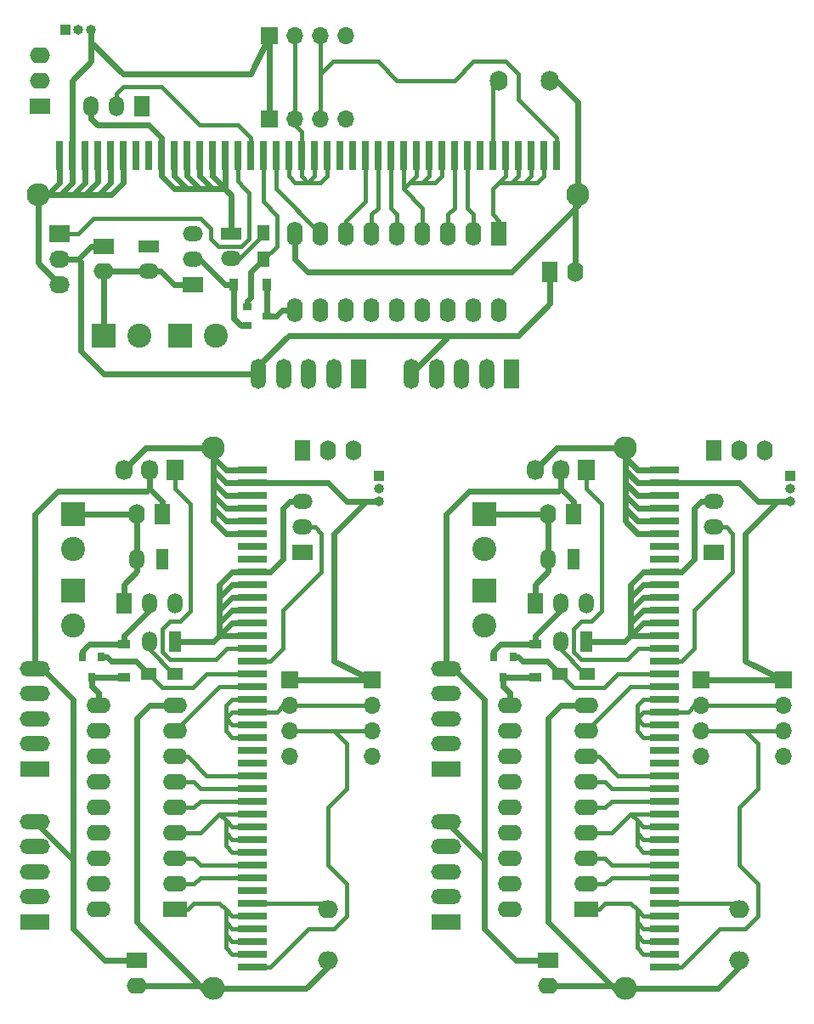
<source format=gtl>
%MOIN*%
%OFA0B0*%
%FSLAX46Y46*%
%IPPOS*%
%LPD*%
%ADD10C,0.0039370078740157488*%
%ADD11R,0.066929133858267723X0.066929133858267723*%
%ADD12O,0.066929133858267723X0.066929133858267723*%
%ADD13O,0.07874015748031496X0.07*%
%ADD14R,0.059055118110236227X0.07874015748031496*%
%ADD15O,0.062992125984251982X0.07874015748031496*%
%ADD16R,0.051181102362204731X0.07874015748031496*%
%ADD17O,0.059055118110236227X0.07874015748031496*%
%ADD18R,0.062992125984251982X0.07874015748031496*%
%ADD19O,0.07874015748031496X0.062992125984251982*%
%ADD20R,0.07874015748031496X0.062992125984251982*%
%ADD21O,0.059842519685039376X0.07874015748031496*%
%ADD22R,0.059842519685039376X0.07874015748031496*%
%ADD23O,0.07874015748031496X0.059842519685039376*%
%ADD24R,0.07874015748031496X0.059842519685039376*%
%ADD25R,0.03937007874015748X0.03937007874015748*%
%ADD26O,0.03937007874015748X0.03937007874015748*%
%ADD27R,0.11811023622047245X0.059055118110236227*%
%ADD28O,0.11811023622047245X0.059055118110236227*%
%ADD29R,0.068X0.08*%
%ADD30O,0.068X0.08*%
%ADD31C,0.094488188976377951*%
%ADD32R,0.094488188976377951X0.094488188976377951*%
%ADD33C,0.0905511811023622*%
%ADD34R,0.1141732283464567X0.031496062992125991*%
%ADD35R,0.094488188976377951X0.062992125984251982*%
%ADD36O,0.094488188976377951X0.062992125984251982*%
%ADD37R,0.031496062992125991X0.035433070866141732*%
%ADD38R,0.059055118110236227X0.051181102362204731*%
%ADD39R,0.047244094488188976X0.035433070866141732*%
%ADD40C,0.024000000000000004*%
%ADD41C,0.016*%
%ADD52C,0.0039370078740157488*%
%ADD53R,0.066929133858267723X0.066929133858267723*%
%ADD54O,0.066929133858267723X0.066929133858267723*%
%ADD55O,0.07X0.07874015748031496*%
%ADD56R,0.07874015748031496X0.059055118110236227*%
%ADD57O,0.07874015748031496X0.062992125984251982*%
%ADD58R,0.07874015748031496X0.051181102362204731*%
%ADD59O,0.07874015748031496X0.059055118110236227*%
%ADD60R,0.07874015748031496X0.062992125984251982*%
%ADD61O,0.062992125984251982X0.07874015748031496*%
%ADD62R,0.062992125984251982X0.07874015748031496*%
%ADD63O,0.07874015748031496X0.059842519685039376*%
%ADD64R,0.07874015748031496X0.059842519685039376*%
%ADD65O,0.059842519685039376X0.07874015748031496*%
%ADD66R,0.059842519685039376X0.07874015748031496*%
%ADD67R,0.03937007874015748X0.03937007874015748*%
%ADD68O,0.03937007874015748X0.03937007874015748*%
%ADD69R,0.059055118110236227X0.11811023622047245*%
%ADD70O,0.059055118110236227X0.11811023622047245*%
%ADD71R,0.08X0.068*%
%ADD72O,0.08X0.068*%
%ADD73C,0.094488188976377951*%
%ADD74R,0.094488188976377951X0.094488188976377951*%
%ADD75C,0.0905511811023622*%
%ADD76R,0.031496062992125991X0.1141732283464567*%
%ADD77R,0.062992125984251982X0.094488188976377951*%
%ADD78O,0.062992125984251982X0.094488188976377951*%
%ADD79R,0.035433070866141732X0.031496062992125991*%
%ADD80R,0.051181102362204731X0.059055118110236227*%
%ADD81R,0.035433070866141732X0.047244094488188976*%
%ADD82C,0.024000000000000004*%
%ADD83C,0.016*%
%ADD84C,0.0039370078740157488*%
%ADD85R,0.066929133858267723X0.066929133858267723*%
%ADD86O,0.066929133858267723X0.066929133858267723*%
%ADD87O,0.07874015748031496X0.07*%
%ADD88R,0.059055118110236227X0.07874015748031496*%
%ADD89O,0.062992125984251982X0.07874015748031496*%
%ADD90R,0.051181102362204731X0.07874015748031496*%
%ADD91O,0.059055118110236227X0.07874015748031496*%
%ADD92R,0.062992125984251982X0.07874015748031496*%
%ADD93O,0.07874015748031496X0.062992125984251982*%
%ADD94R,0.07874015748031496X0.062992125984251982*%
%ADD95O,0.059842519685039376X0.07874015748031496*%
%ADD96R,0.059842519685039376X0.07874015748031496*%
%ADD97O,0.07874015748031496X0.059842519685039376*%
%ADD98R,0.07874015748031496X0.059842519685039376*%
%ADD99R,0.03937007874015748X0.03937007874015748*%
%ADD100O,0.03937007874015748X0.03937007874015748*%
%ADD101R,0.11811023622047245X0.059055118110236227*%
%ADD102O,0.11811023622047245X0.059055118110236227*%
%ADD103R,0.068X0.08*%
%ADD104O,0.068X0.08*%
%ADD105C,0.094488188976377951*%
%ADD106R,0.094488188976377951X0.094488188976377951*%
%ADD107C,0.0905511811023622*%
%ADD108R,0.1141732283464567X0.031496062992125991*%
%ADD109R,0.094488188976377951X0.062992125984251982*%
%ADD110O,0.094488188976377951X0.062992125984251982*%
%ADD111R,0.031496062992125991X0.035433070866141732*%
%ADD112R,0.059055118110236227X0.051181102362204731*%
%ADD113R,0.047244094488188976X0.035433070866141732*%
%ADD114C,0.024000000000000004*%
%ADD115C,0.016*%
G01*
D10*
D11*
X-0004799999Y0004650000D02*
X0001100000Y0001300000D03*
D12*
X0001100000Y0001200000D03*
X0001100000Y0001100000D03*
X0001100000Y0001000000D03*
D11*
X0001425000Y0001300000D03*
D12*
X0001425000Y0001200000D03*
X0001425000Y0001100000D03*
X0001425000Y0001000000D03*
D13*
X0001250000Y0000200000D03*
X0001250000Y0000400000D03*
D14*
X0001150000Y0002200000D03*
D15*
X0001250000Y0002200000D03*
X0001350000Y0002200000D03*
D16*
X0000650000Y0001450000D03*
D17*
X0000551574Y0001450000D03*
D16*
X0000600000Y0001775000D03*
D17*
X0000501574Y0001775000D03*
D18*
X0000600000Y0001950000D03*
D15*
X0000501574Y0001950000D03*
D19*
X0000500000Y0000101574D03*
D20*
X0000500000Y0000200000D03*
D21*
X0000550000Y0001600000D03*
X0000650000Y0001600000D03*
D22*
X0000450000Y0001600000D03*
D23*
X0001150000Y0001900000D03*
X0001150000Y0002000000D03*
D24*
X0001150000Y0001800000D03*
D25*
X0001450000Y0002100000D03*
D26*
X0001450000Y0002050000D03*
X0001450000Y0002000000D03*
D27*
X0000100000Y0000950000D03*
D28*
X0000100000Y0001048425D03*
X0000100000Y0001146850D03*
X0000100000Y0001245275D03*
X0000100000Y0001343700D03*
D29*
X0000650000Y0002125000D03*
D30*
X0000550000Y0002125000D03*
X0000450000Y0002125000D03*
D31*
X0000250000Y0001812204D03*
D32*
X0000250000Y0001950000D03*
D31*
X0000250000Y0001512204D03*
D32*
X0000250000Y0001650000D03*
D33*
X0000802755Y0002209055D03*
D34*
X0000956299Y0000175000D03*
X0000956299Y0000275000D03*
X0000956299Y0000375000D03*
X0000956299Y0000475000D03*
X0000956299Y0000575000D03*
X0000956299Y0000675000D03*
X0000956299Y0000775000D03*
X0000956299Y0000875000D03*
X0000956299Y0000975000D03*
X0000956299Y0001075000D03*
X0000956299Y0001175000D03*
X0000956299Y0001275000D03*
X0000956299Y0001375000D03*
X0000956299Y0001475000D03*
X0000956299Y0001575000D03*
X0000956299Y0001675000D03*
X0000956299Y0001775000D03*
X0000956299Y0001875000D03*
X0000956299Y0001975000D03*
X0000956299Y0002075000D03*
X0000956299Y0000225000D03*
X0000956299Y0000325000D03*
X0000956299Y0000425000D03*
X0000956299Y0000525000D03*
X0000956299Y0000625000D03*
X0000956299Y0000725000D03*
X0000956299Y0000825000D03*
X0000956299Y0000925000D03*
X0000956299Y0001025000D03*
X0000956299Y0001125000D03*
X0000956299Y0001225000D03*
X0000956299Y0001325000D03*
X0000956299Y0001425000D03*
X0000956299Y0001525000D03*
X0000956299Y0001625000D03*
X0000956299Y0001725000D03*
X0000956299Y0001825000D03*
X0000956299Y0001925000D03*
X0000956299Y0002025000D03*
X0000956299Y0002125000D03*
D33*
X0000802755Y0000090944D03*
D35*
X0000650000Y0000400000D03*
D36*
X0000350000Y0001200000D03*
X0000650000Y0000500000D03*
X0000350000Y0001100000D03*
X0000650000Y0000600000D03*
X0000350000Y0001000000D03*
X0000650000Y0000700000D03*
X0000350000Y0000900000D03*
X0000650000Y0000800000D03*
X0000350000Y0000800000D03*
X0000650000Y0000900000D03*
X0000350000Y0000700000D03*
X0000650000Y0001000000D03*
X0000350000Y0000600000D03*
X0000650000Y0001100000D03*
X0000350000Y0000500000D03*
X0000650000Y0001200000D03*
X0000350000Y0000400000D03*
D27*
X0000100000Y0000350000D03*
D28*
X0000100000Y0000448425D03*
X0000100000Y0000546850D03*
X0000100000Y0000645275D03*
X0000100000Y0000743700D03*
D37*
X0000362401Y0001389370D03*
X0000287598Y0001389370D03*
X0000325000Y0001310629D03*
D38*
X0000546850Y0001325000D03*
X0000653149Y0001325000D03*
D39*
X0000450000Y0001439960D03*
X0000450000Y0001310039D03*
D40*
X0001450000Y0002000000D02*
X0001400000Y0002000000D01*
X0001275000Y0001375000D02*
X0001425000Y0001300000D01*
X0001275000Y0001875000D02*
X0001275000Y0001375000D01*
X0001400000Y0002000000D02*
X0001275000Y0001875000D01*
X0000956299Y0002075000D02*
X0001250000Y0002075000D01*
X0001325000Y0002000000D02*
X0001450000Y0002000000D01*
X0001250000Y0002075000D02*
X0001325000Y0002000000D01*
X0000802755Y0000090944D02*
X0001165944Y0000090944D01*
X0001165944Y0000090944D02*
X0001250000Y0000175000D01*
X0001250000Y0000175000D02*
X0001250000Y0000200000D01*
D41*
X0000551574Y0001450000D02*
X0000551574Y0001418425D01*
X0000551574Y0001418425D02*
X0000645000Y0001325000D01*
X0000645000Y0001325000D02*
X0000653149Y0001325000D01*
D40*
X0000551574Y0001450000D02*
X0000551574Y0001426574D01*
X0000250000Y0001950000D02*
X0000501574Y0001950000D01*
X0000501574Y0001950000D02*
X0000501574Y0001775000D01*
X0000501574Y0001775000D02*
X0000501574Y0001726574D01*
X0000501574Y0001726574D02*
X0000450000Y0001675000D01*
X0000450000Y0001675000D02*
X0000450000Y0001600000D01*
X0000501574Y0001950000D02*
X0000501574Y0001973425D01*
X0000450000Y0002125000D02*
X0000534055Y0002209055D01*
X0000550000Y0001200000D02*
X0000650000Y0001200000D01*
X0000500000Y0001150000D02*
X0000550000Y0001200000D01*
X0000500000Y0000101574D02*
X0000792126Y0000101574D01*
X0000500000Y0000350000D02*
X0000500000Y0001150000D01*
X0000534055Y0002209055D02*
X0000802755Y0002209055D01*
X0000948425Y0002125000D02*
X0000886811Y0002125000D01*
X0000850000Y0002125000D02*
X0000802755Y0002172244D01*
X0000886811Y0002125000D02*
X0000850000Y0002125000D01*
X0000802755Y0002172244D02*
X0000802755Y0002209055D01*
X0000948425Y0002075000D02*
X0000850000Y0002075000D01*
X0000850000Y0002075000D02*
X0000802755Y0002122244D01*
X0000948425Y0002025000D02*
X0000850000Y0002025000D01*
X0000850000Y0002025000D02*
X0000802755Y0002072244D01*
X0000948425Y0001975000D02*
X0000852755Y0001975000D01*
X0000852755Y0001975000D02*
X0000802755Y0002025000D01*
X0000948425Y0001925000D02*
X0000850000Y0001925000D01*
X0000850000Y0001925000D02*
X0000802755Y0001972244D01*
X0000802755Y0002172244D02*
X0000802755Y0002209055D01*
X0000948425Y0001875000D02*
X0000850000Y0001875000D01*
X0000850000Y0001875000D02*
X0000802755Y0001922244D01*
X0000802755Y0001922244D02*
X0000802755Y0001972244D01*
X0000802755Y0001972244D02*
X0000802755Y0001975000D01*
X0000802755Y0001975000D02*
X0000802755Y0002025000D01*
X0000802755Y0002025000D02*
X0000802755Y0002072244D01*
X0000802755Y0002072244D02*
X0000802755Y0002075000D01*
X0000802755Y0002075000D02*
X0000802755Y0002122244D01*
X0000802755Y0002122244D02*
X0000802755Y0002125000D01*
X0000802755Y0002125000D02*
X0000802755Y0002209055D01*
X0000759055Y0000090944D02*
X0000500000Y0000350000D01*
X0000802755Y0000090944D02*
X0000759055Y0000090944D01*
X0000792126Y0000101574D02*
X0000802755Y0000090944D01*
X0001425000Y0001300000D02*
X0001100000Y0001300000D01*
X0000956299Y0001725000D02*
X0001025000Y0001725000D01*
X0001100000Y0002000000D02*
X0001150000Y0002000000D01*
X0001075000Y0001975000D02*
X0001100000Y0002000000D01*
X0001075000Y0001775000D02*
X0001075000Y0001975000D01*
X0001025000Y0001725000D02*
X0001075000Y0001775000D01*
X0000825000Y0001475000D02*
X0000875000Y0001475000D01*
X0000875000Y0001475000D02*
X0000948425Y0001475000D01*
X0000650000Y0001450000D02*
X0000800000Y0001450000D01*
X0000800000Y0001450000D02*
X0000825000Y0001475000D01*
X0000825000Y0001525000D02*
X0000825000Y0001475000D01*
X0000948425Y0001725000D02*
X0000875000Y0001725000D01*
X0000825000Y0001675000D02*
X0000825000Y0001625000D01*
X0000875000Y0001725000D02*
X0000825000Y0001675000D01*
X0000948425Y0001525000D02*
X0000875000Y0001525000D01*
X0000875000Y0001525000D02*
X0000825000Y0001475000D01*
X0000948425Y0001575000D02*
X0000875000Y0001575000D01*
X0000875000Y0001575000D02*
X0000825000Y0001525000D01*
X0000948425Y0001625000D02*
X0000875000Y0001625000D01*
X0000875000Y0001625000D02*
X0000825000Y0001575000D01*
X0000825000Y0001550000D02*
X0000825000Y0001525000D01*
X0000825000Y0001575000D02*
X0000825000Y0001550000D01*
X0000948425Y0001675000D02*
X0000875000Y0001675000D01*
X0000875000Y0001675000D02*
X0000825000Y0001625000D01*
X0000825000Y0001625000D02*
X0000825000Y0001575000D01*
X0000100000Y0001343700D02*
X0000100000Y0001950000D01*
X0000540000Y0002040000D02*
X0000550000Y0002050000D01*
X0000190000Y0002040000D02*
X0000540000Y0002040000D01*
X0000100000Y0001950000D02*
X0000190000Y0002040000D01*
X0000450000Y0001310039D02*
X0000325590Y0001310039D01*
X0000325590Y0001310039D02*
X0000325000Y0001310629D01*
X0000325000Y0001310629D02*
X0000325000Y0001275000D01*
X0000350000Y0001250000D02*
X0000350000Y0001200000D01*
X0000325000Y0001275000D02*
X0000350000Y0001250000D01*
X0000550000Y0002125000D02*
X0000550000Y0002050000D01*
X0000600000Y0002000000D02*
X0000600000Y0001950000D01*
X0000550000Y0002050000D02*
X0000600000Y0002000000D01*
X0000250000Y0000600000D02*
X0000250000Y0000325000D01*
X0000400000Y0000200000D02*
X0000500000Y0000200000D01*
X0000375000Y0000200000D02*
X0000400000Y0000200000D01*
X0000250000Y0000325000D02*
X0000375000Y0000200000D01*
X0000100000Y0001343700D02*
X0000131299Y0001343700D01*
X0000250000Y0001225000D02*
X0000250000Y0000600000D01*
X0000250000Y0000600000D02*
X0000250000Y0000593700D01*
X0000131299Y0001343700D02*
X0000250000Y0001225000D01*
X0000250000Y0000593700D02*
X0000246850Y0000596850D01*
X0000246850Y0000596850D02*
X0000100000Y0000743700D01*
D41*
X0000956299Y0000175000D02*
X0001025000Y0000175000D01*
X0001275000Y0001100000D02*
X0001425000Y0001100000D01*
X0001325000Y0001050000D02*
X0001275000Y0001100000D01*
X0001325000Y0000875000D02*
X0001325000Y0001050000D01*
X0001250000Y0000800000D02*
X0001325000Y0000875000D01*
X0001250000Y0000575000D02*
X0001250000Y0000800000D01*
X0001325000Y0000500000D02*
X0001250000Y0000575000D01*
X0001325000Y0000375000D02*
X0001325000Y0000500000D01*
X0001275000Y0000325000D02*
X0001325000Y0000375000D01*
X0001175000Y0000325000D02*
X0001275000Y0000325000D01*
X0001025000Y0000175000D02*
X0001175000Y0000325000D01*
X0001425000Y0001100000D02*
X0001100000Y0001100000D01*
X0000850000Y0000350000D02*
X0000850000Y0000400000D01*
X0000948425Y0000375000D02*
X0000875000Y0000375000D01*
X0000875000Y0000375000D02*
X0000850000Y0000400000D01*
X0000700000Y0000400000D02*
X0000650000Y0000400000D01*
X0000850000Y0000400000D02*
X0000825000Y0000425000D01*
X0000825000Y0000425000D02*
X0000725000Y0000425000D01*
X0000725000Y0000425000D02*
X0000700000Y0000400000D01*
X0000948425Y0000325000D02*
X0000875000Y0000325000D01*
X0000875000Y0000325000D02*
X0000850000Y0000350000D01*
X0000948425Y0000275000D02*
X0000875000Y0000275000D01*
X0000875000Y0000275000D02*
X0000850000Y0000300000D01*
X0000948425Y0000225000D02*
X0000875000Y0000225000D01*
X0000850000Y0000250000D02*
X0000850000Y0000275000D01*
X0000850000Y0000275000D02*
X0000850000Y0000300000D01*
X0000850000Y0000300000D02*
X0000850000Y0000325000D01*
X0000850000Y0000325000D02*
X0000850000Y0000350000D01*
X0000875000Y0000225000D02*
X0000850000Y0000250000D01*
X0000650000Y0000600000D02*
X0000725000Y0000600000D01*
X0000750000Y0000575000D02*
X0000948425Y0000575000D01*
X0000725000Y0000600000D02*
X0000750000Y0000575000D01*
X0000850000Y0000750000D02*
X0000825000Y0000775000D01*
X0000948425Y0000775000D02*
X0000825000Y0000775000D01*
X0000750000Y0000700000D02*
X0000650000Y0000700000D01*
X0000825000Y0000775000D02*
X0000750000Y0000700000D01*
X0000948425Y0000725000D02*
X0000875000Y0000725000D01*
X0000875000Y0000725000D02*
X0000850000Y0000750000D01*
X0000948425Y0000675000D02*
X0000875000Y0000675000D01*
X0000875000Y0000675000D02*
X0000850000Y0000700000D01*
X0000948425Y0000625000D02*
X0000875000Y0000625000D01*
X0000850000Y0000650000D02*
X0000850000Y0000675000D01*
X0000850000Y0000675000D02*
X0000850000Y0000700000D01*
X0000850000Y0000700000D02*
X0000850000Y0000750000D01*
X0000875000Y0000625000D02*
X0000850000Y0000650000D01*
X0000650000Y0000900000D02*
X0000725000Y0000900000D01*
X0000750000Y0000875000D02*
X0000948425Y0000875000D01*
X0000725000Y0000900000D02*
X0000750000Y0000875000D01*
X0001100000Y0001200000D02*
X0001425000Y0001200000D01*
X0001050000Y0001175000D02*
X0001075000Y0001200000D01*
X0001075000Y0001200000D02*
X0001100000Y0001200000D01*
X0000956299Y0001175000D02*
X0001050000Y0001175000D01*
X0000948425Y0001175000D02*
X0000875000Y0001175000D01*
X0000875000Y0001175000D02*
X0000850000Y0001150000D01*
X0000948425Y0001125000D02*
X0000875000Y0001125000D01*
X0000875000Y0001125000D02*
X0000850000Y0001150000D01*
X0000948425Y0001075000D02*
X0000875000Y0001075000D01*
X0000850000Y0001125000D02*
X0000850000Y0001150000D01*
X0000850000Y0001100000D02*
X0000850000Y0001125000D01*
X0000875000Y0001075000D02*
X0000850000Y0001100000D01*
X0000875000Y0001225000D02*
X0000948425Y0001225000D01*
X0000850000Y0001175000D02*
X0000850000Y0001200000D01*
X0000850000Y0001150000D02*
X0000850000Y0001175000D01*
X0000850000Y0001200000D02*
X0000875000Y0001225000D01*
X0000650000Y0001100000D02*
X0000650000Y0001100000D01*
X0000825000Y0001275000D02*
X0000948425Y0001275000D01*
X0000650000Y0001100000D02*
X0000825000Y0001275000D01*
X0000956299Y0001375000D02*
X0001025000Y0001375000D01*
X0001200000Y0001900000D02*
X0001150000Y0001900000D01*
X0001225000Y0001875000D02*
X0001200000Y0001900000D01*
X0001225000Y0001725000D02*
X0001225000Y0001875000D01*
X0001075000Y0001575000D02*
X0001225000Y0001725000D01*
X0001075000Y0001425000D02*
X0001075000Y0001575000D01*
X0001025000Y0001375000D02*
X0001075000Y0001425000D01*
X0000956299Y0000425000D02*
X0001225000Y0000425000D01*
X0001225000Y0000425000D02*
X0001250000Y0000400000D01*
X0000948425Y0000425000D02*
X0001000000Y0000425000D01*
X0000650000Y0000500000D02*
X0000725000Y0000500000D01*
X0000750000Y0000525000D02*
X0000948425Y0000525000D01*
X0000725000Y0000500000D02*
X0000750000Y0000525000D01*
X0000650000Y0000800000D02*
X0000725000Y0000800000D01*
X0000750000Y0000825000D02*
X0000948425Y0000825000D01*
X0000725000Y0000800000D02*
X0000750000Y0000825000D01*
X0000650000Y0001000000D02*
X0000700000Y0001000000D01*
X0000775000Y0000925000D02*
X0000948425Y0000925000D01*
X0000700000Y0001000000D02*
X0000775000Y0000925000D01*
X0000546850Y0001325000D02*
X0000546850Y0001323149D01*
X0000546850Y0001323149D02*
X0000600000Y0001270000D01*
X0000775000Y0001325000D02*
X0000956299Y0001325000D01*
X0000720000Y0001270000D02*
X0000775000Y0001325000D01*
X0000600000Y0001270000D02*
X0000720000Y0001270000D01*
D40*
X0000362401Y0001389370D02*
X0000385629Y0001389370D01*
X0000496850Y0001375000D02*
X0000546850Y0001325000D01*
X0000400000Y0001375000D02*
X0000496850Y0001375000D01*
X0000385629Y0001389370D02*
X0000400000Y0001375000D01*
D41*
X0000600000Y0001420000D02*
X0000600000Y0001410000D01*
X0000855000Y0001425000D02*
X0000830000Y0001400000D01*
X0000600000Y0001420000D02*
X0000600000Y0001500000D01*
X0000600000Y0001500000D02*
X0000630000Y0001530000D01*
X0000630000Y0001530000D02*
X0000670000Y0001530000D01*
X0000670000Y0001530000D02*
X0000710000Y0001570000D01*
X0000710000Y0001570000D02*
X0000710000Y0001990000D01*
X0000710000Y0001990000D02*
X0000650000Y0002050000D01*
X0000650000Y0002125000D02*
X0000650000Y0002050000D01*
X0000855000Y0001425000D02*
X0000956299Y0001425000D01*
X0000810000Y0001380000D02*
X0000830000Y0001400000D01*
X0000630000Y0001380000D02*
X0000810000Y0001380000D01*
X0000600000Y0001410000D02*
X0000630000Y0001380000D01*
D40*
X0000450000Y0001439960D02*
X0000314960Y0001439960D01*
X0000287598Y0001412598D02*
X0000287598Y0001389370D01*
X0000314960Y0001439960D02*
X0000287598Y0001412598D01*
X0000550000Y0001600000D02*
X0000550000Y0001575000D01*
X0000550000Y0001575000D02*
X0000450000Y0001475000D01*
X0000450000Y0001475000D02*
X0000450000Y0001439960D01*
G04 next file*
G04 #@! TF.FileFunction,Copper,L1,Top,Signal*
G04 Gerber Fmt 4.6, Leading zero omitted, Abs format (unit mm)*
G04 Created by KiCad (PCBNEW 4.0.7) date 09/15/19 19:40:42*
G01*
G04 APERTURE LIST*
G04 APERTURE END LIST*
D52*
D53*
X-0002327165Y-0002398425D02*
X0001022834Y0003501574D03*
D54*
X0001122834Y0003501574D03*
X0001222834Y0003501574D03*
X0001322834Y0003501574D03*
D53*
X0001022834Y0003826574D03*
D54*
X0001122834Y0003826574D03*
X0001222834Y0003826574D03*
X0001322834Y0003826574D03*
D55*
X0002122834Y0003651574D03*
X0001922834Y0003651574D03*
D56*
X0000122834Y0003551574D03*
D57*
X0000122834Y0003651574D03*
X0000122834Y0003751574D03*
D58*
X0000872834Y0003051574D03*
D59*
X0000872834Y0002953149D03*
D58*
X0000547834Y0003001574D03*
D59*
X0000547834Y0002903149D03*
D60*
X0000372834Y0003001574D03*
D57*
X0000372834Y0002903149D03*
D61*
X0002221259Y0002901574D03*
D62*
X0002122834Y0002901574D03*
D63*
X0000722834Y0002951574D03*
X0000722834Y0003051574D03*
D64*
X0000722834Y0002851574D03*
D65*
X0000422834Y0003551574D03*
X0000322834Y0003551574D03*
D66*
X0000522834Y0003551574D03*
D67*
X0000222834Y0003851574D03*
D68*
X0000272834Y0003851574D03*
X0000322834Y0003851574D03*
D69*
X0001372834Y0002501574D03*
D70*
X0001274409Y0002501574D03*
X0001175984Y0002501574D03*
X0001077559Y0002501574D03*
X0000979133Y0002501574D03*
D71*
X0000197834Y0003051574D03*
D72*
X0000197834Y0002951574D03*
X0000197834Y0002851574D03*
D73*
X0000510629Y0002651574D03*
D74*
X0000372834Y0002651574D03*
D73*
X0000810629Y0002651574D03*
D74*
X0000672834Y0002651574D03*
D75*
X0000113779Y0003204330D03*
D76*
X0002147834Y0003357874D03*
X0002047834Y0003357874D03*
X0001947834Y0003357874D03*
X0001847834Y0003357874D03*
X0001747834Y0003357874D03*
X0001647834Y0003357874D03*
X0001547834Y0003357874D03*
X0001447834Y0003357874D03*
X0001347834Y0003357874D03*
X0001247834Y0003357874D03*
X0001147834Y0003357874D03*
X0001047834Y0003357874D03*
X0000947834Y0003357874D03*
X0000847834Y0003357874D03*
X0000747834Y0003357874D03*
X0000647834Y0003357874D03*
X0000547834Y0003357874D03*
X0000447834Y0003357874D03*
X0000347834Y0003357874D03*
X0000247834Y0003357874D03*
X0002097834Y0003357874D03*
X0001997834Y0003357874D03*
X0001897834Y0003357874D03*
X0001797834Y0003357874D03*
X0001697834Y0003357874D03*
X0001597834Y0003357874D03*
X0001497834Y0003357874D03*
X0001397834Y0003357874D03*
X0001297834Y0003357874D03*
X0001197834Y0003357874D03*
X0001097834Y0003357874D03*
X0000997834Y0003357874D03*
X0000897834Y0003357874D03*
X0000797834Y0003357874D03*
X0000697834Y0003357874D03*
X0000597834Y0003357874D03*
X0000497834Y0003357874D03*
X0000397834Y0003357874D03*
X0000297834Y0003357874D03*
X0000197834Y0003357874D03*
D75*
X0002231889Y0003204330D03*
D77*
X0001922834Y0003051574D03*
D78*
X0001122834Y0002751574D03*
X0001822834Y0003051574D03*
X0001222834Y0002751574D03*
X0001722834Y0003051574D03*
X0001322834Y0002751574D03*
X0001622834Y0003051574D03*
X0001422834Y0002751574D03*
X0001522834Y0003051574D03*
X0001522834Y0002751574D03*
X0001422834Y0003051574D03*
X0001622834Y0002751574D03*
X0001322834Y0003051574D03*
X0001722834Y0002751574D03*
X0001222834Y0003051574D03*
X0001822834Y0002751574D03*
X0001122834Y0003051574D03*
X0001922834Y0002751574D03*
D69*
X0001972834Y0002501574D03*
D70*
X0001874409Y0002501574D03*
X0001775984Y0002501574D03*
X0001677559Y0002501574D03*
X0001579133Y0002501574D03*
D79*
X0000933464Y0002763976D03*
X0000933464Y0002689173D03*
X0001012204Y0002726574D03*
D80*
X0000997834Y0002948425D03*
X0000997834Y0003054724D03*
D81*
X0000882873Y0002851574D03*
X0001012795Y0002851574D03*
D82*
X0000322834Y0003851574D02*
X0000322834Y0003801574D01*
X0000947834Y0003676574D02*
X0001022834Y0003826574D01*
X0000447834Y0003676574D02*
X0000947834Y0003676574D01*
X0000322834Y0003801574D02*
X0000447834Y0003676574D01*
X0000247834Y0003357874D02*
X0000247834Y0003651574D01*
X0000322834Y0003726574D02*
X0000322834Y0003851574D01*
X0000247834Y0003651574D02*
X0000322834Y0003726574D01*
X0002231889Y0003204330D02*
X0002231889Y0003567519D01*
X0002231889Y0003567519D02*
X0002147834Y0003651574D01*
X0002147834Y0003651574D02*
X0002122834Y0003651574D01*
D83*
X0000872834Y0002953149D02*
X0000904409Y0002953149D01*
X0000904409Y0002953149D02*
X0000997834Y0003046574D01*
X0000997834Y0003046574D02*
X0000997834Y0003054724D01*
D82*
X0000872834Y0002953149D02*
X0000896259Y0002953149D01*
X0000372834Y0002651574D02*
X0000372834Y0002903149D01*
X0000372834Y0002903149D02*
X0000547834Y0002903149D01*
X0000547834Y0002903149D02*
X0000596259Y0002903149D01*
X0000596259Y0002903149D02*
X0000647834Y0002851574D01*
X0000647834Y0002851574D02*
X0000722834Y0002851574D01*
X0000372834Y0002903149D02*
X0000349409Y0002903149D01*
X0000197834Y0002851574D02*
X0000113779Y0002935629D01*
X0001122834Y0002951574D02*
X0001122834Y0003051574D01*
X0001172834Y0002901574D02*
X0001122834Y0002951574D01*
X0002221259Y0002901574D02*
X0002221259Y0003193700D01*
X0001972834Y0002901574D02*
X0001172834Y0002901574D01*
X0000113779Y0002935629D02*
X0000113779Y0003204330D01*
X0000197834Y0003350000D02*
X0000197834Y0003288385D01*
X0000197834Y0003251574D02*
X0000150590Y0003204330D01*
X0000197834Y0003288385D02*
X0000197834Y0003251574D01*
X0000150590Y0003204330D02*
X0000113779Y0003204330D01*
X0000247834Y0003350000D02*
X0000247834Y0003251574D01*
X0000247834Y0003251574D02*
X0000200590Y0003204330D01*
X0000297834Y0003350000D02*
X0000297834Y0003251574D01*
X0000297834Y0003251574D02*
X0000250590Y0003204330D01*
X0000347834Y0003350000D02*
X0000347834Y0003254330D01*
X0000347834Y0003254330D02*
X0000297834Y0003204330D01*
X0000397834Y0003350000D02*
X0000397834Y0003251574D01*
X0000397834Y0003251574D02*
X0000350590Y0003204330D01*
X0000150590Y0003204330D02*
X0000113779Y0003204330D01*
X0000447834Y0003350000D02*
X0000447834Y0003251574D01*
X0000447834Y0003251574D02*
X0000400590Y0003204330D01*
X0000400590Y0003204330D02*
X0000350590Y0003204330D01*
X0000350590Y0003204330D02*
X0000347834Y0003204330D01*
X0000347834Y0003204330D02*
X0000297834Y0003204330D01*
X0000297834Y0003204330D02*
X0000250590Y0003204330D01*
X0000250590Y0003204330D02*
X0000247834Y0003204330D01*
X0000247834Y0003204330D02*
X0000200590Y0003204330D01*
X0000200590Y0003204330D02*
X0000197834Y0003204330D01*
X0000197834Y0003204330D02*
X0000113779Y0003204330D01*
X0002231889Y0003160629D02*
X0001972834Y0002901574D01*
X0002231889Y0003204330D02*
X0002231889Y0003160629D01*
X0002221259Y0003193700D02*
X0002231889Y0003204330D01*
X0001022834Y0003826574D02*
X0001022834Y0003501574D01*
X0000597834Y0003357874D02*
X0000597834Y0003426574D01*
X0000322834Y0003501574D02*
X0000322834Y0003551574D01*
X0000347834Y0003476574D02*
X0000322834Y0003501574D01*
X0000547834Y0003476574D02*
X0000347834Y0003476574D01*
X0000597834Y0003426574D02*
X0000547834Y0003476574D01*
X0000847834Y0003226574D02*
X0000847834Y0003276574D01*
X0000847834Y0003276574D02*
X0000847834Y0003350000D01*
X0000872834Y0003051574D02*
X0000872834Y0003201574D01*
X0000872834Y0003201574D02*
X0000847834Y0003226574D01*
X0000797834Y0003226574D02*
X0000847834Y0003226574D01*
X0000597834Y0003350000D02*
X0000597834Y0003276574D01*
X0000647834Y0003226574D02*
X0000697834Y0003226574D01*
X0000597834Y0003276574D02*
X0000647834Y0003226574D01*
X0000797834Y0003350000D02*
X0000797834Y0003276574D01*
X0000797834Y0003276574D02*
X0000847834Y0003226574D01*
X0000747834Y0003350000D02*
X0000747834Y0003276574D01*
X0000747834Y0003276574D02*
X0000797834Y0003226574D01*
X0000697834Y0003350000D02*
X0000697834Y0003276574D01*
X0000697834Y0003276574D02*
X0000747834Y0003226574D01*
X0000772834Y0003226574D02*
X0000797834Y0003226574D01*
X0000747834Y0003226574D02*
X0000772834Y0003226574D01*
X0000647834Y0003350000D02*
X0000647834Y0003276574D01*
X0000647834Y0003276574D02*
X0000697834Y0003226574D01*
X0000697834Y0003226574D02*
X0000747834Y0003226574D01*
X0000979133Y0002501574D02*
X0000372834Y0002501574D01*
X0000282834Y0002941574D02*
X0000272834Y0002951574D01*
X0000282834Y0002591574D02*
X0000282834Y0002941574D01*
X0000372834Y0002501574D02*
X0000282834Y0002591574D01*
X0001012795Y0002851574D02*
X0001012795Y0002727165D01*
X0001012795Y0002727165D02*
X0001012204Y0002726574D01*
X0001012204Y0002726574D02*
X0001047834Y0002726574D01*
X0001072834Y0002751574D02*
X0001122834Y0002751574D01*
X0001047834Y0002726574D02*
X0001072834Y0002751574D01*
X0000197834Y0002951574D02*
X0000272834Y0002951574D01*
X0000322834Y0003001574D02*
X0000372834Y0003001574D01*
X0000272834Y0002951574D02*
X0000322834Y0003001574D01*
X0001722834Y0002651574D02*
X0001997834Y0002651574D01*
X0002122834Y0002801574D02*
X0002122834Y0002901574D01*
X0002122834Y0002776574D02*
X0002122834Y0002801574D01*
X0001997834Y0002651574D02*
X0002122834Y0002776574D01*
X0000979133Y0002501574D02*
X0000979133Y0002532874D01*
X0001097834Y0002651574D02*
X0001722834Y0002651574D01*
X0001722834Y0002651574D02*
X0001729133Y0002651574D01*
X0000979133Y0002532874D02*
X0001097834Y0002651574D01*
X0001729133Y0002651574D02*
X0001725984Y0002648425D01*
X0001725984Y0002648425D02*
X0001579133Y0002501574D01*
D83*
X0002147834Y0003357874D02*
X0002147834Y0003426574D01*
X0001222834Y0003676574D02*
X0001222834Y0003826574D01*
X0001272834Y0003726574D02*
X0001222834Y0003676574D01*
X0001447834Y0003726574D02*
X0001272834Y0003726574D01*
X0001522834Y0003651574D02*
X0001447834Y0003726574D01*
X0001747834Y0003651574D02*
X0001522834Y0003651574D01*
X0001822834Y0003726574D02*
X0001747834Y0003651574D01*
X0001947834Y0003726574D02*
X0001822834Y0003726574D01*
X0001997834Y0003676574D02*
X0001947834Y0003726574D01*
X0001997834Y0003576574D02*
X0001997834Y0003676574D01*
X0002147834Y0003426574D02*
X0001997834Y0003576574D01*
X0001222834Y0003826574D02*
X0001222834Y0003501574D01*
X0001972834Y0003251574D02*
X0001922834Y0003251574D01*
X0001947834Y0003350000D02*
X0001947834Y0003276574D01*
X0001947834Y0003276574D02*
X0001922834Y0003251574D01*
X0001922834Y0003101574D02*
X0001922834Y0003051574D01*
X0001922834Y0003251574D02*
X0001897834Y0003226574D01*
X0001897834Y0003226574D02*
X0001897834Y0003126574D01*
X0001897834Y0003126574D02*
X0001922834Y0003101574D01*
X0001997834Y0003350000D02*
X0001997834Y0003276574D01*
X0001997834Y0003276574D02*
X0001972834Y0003251574D01*
X0002047834Y0003350000D02*
X0002047834Y0003276574D01*
X0002047834Y0003276574D02*
X0002022834Y0003251574D01*
X0002097834Y0003350000D02*
X0002097834Y0003276574D01*
X0002072834Y0003251574D02*
X0002047834Y0003251574D01*
X0002047834Y0003251574D02*
X0002022834Y0003251574D01*
X0002022834Y0003251574D02*
X0001997834Y0003251574D01*
X0001997834Y0003251574D02*
X0001972834Y0003251574D01*
X0002097834Y0003276574D02*
X0002072834Y0003251574D01*
X0001722834Y0003051574D02*
X0001722834Y0003126574D01*
X0001747834Y0003151574D02*
X0001747834Y0003350000D01*
X0001722834Y0003126574D02*
X0001747834Y0003151574D01*
X0001572834Y0003251574D02*
X0001547834Y0003226574D01*
X0001547834Y0003350000D02*
X0001547834Y0003226574D01*
X0001622834Y0003151574D02*
X0001622834Y0003051574D01*
X0001547834Y0003226574D02*
X0001622834Y0003151574D01*
X0001597834Y0003350000D02*
X0001597834Y0003276574D01*
X0001597834Y0003276574D02*
X0001572834Y0003251574D01*
X0001647834Y0003350000D02*
X0001647834Y0003276574D01*
X0001647834Y0003276574D02*
X0001622834Y0003251574D01*
X0001697834Y0003350000D02*
X0001697834Y0003276574D01*
X0001672834Y0003251574D02*
X0001647834Y0003251574D01*
X0001647834Y0003251574D02*
X0001622834Y0003251574D01*
X0001622834Y0003251574D02*
X0001572834Y0003251574D01*
X0001697834Y0003276574D02*
X0001672834Y0003251574D01*
X0001422834Y0003051574D02*
X0001422834Y0003126574D01*
X0001447834Y0003151574D02*
X0001447834Y0003350000D01*
X0001422834Y0003126574D02*
X0001447834Y0003151574D01*
X0001122834Y0003501574D02*
X0001122834Y0003826574D01*
X0001147834Y0003451574D02*
X0001122834Y0003476574D01*
X0001122834Y0003476574D02*
X0001122834Y0003501574D01*
X0001147834Y0003357874D02*
X0001147834Y0003451574D01*
X0001147834Y0003350000D02*
X0001147834Y0003276574D01*
X0001147834Y0003276574D02*
X0001172834Y0003251574D01*
X0001197834Y0003350000D02*
X0001197834Y0003276574D01*
X0001197834Y0003276574D02*
X0001172834Y0003251574D01*
X0001247834Y0003350000D02*
X0001247834Y0003276574D01*
X0001197834Y0003251574D02*
X0001172834Y0003251574D01*
X0001222834Y0003251574D02*
X0001197834Y0003251574D01*
X0001247834Y0003276574D02*
X0001222834Y0003251574D01*
X0001097834Y0003276574D02*
X0001097834Y0003350000D01*
X0001147834Y0003251574D02*
X0001122834Y0003251574D01*
X0001172834Y0003251574D02*
X0001147834Y0003251574D01*
X0001122834Y0003251574D02*
X0001097834Y0003276574D01*
X0001222834Y0003051574D02*
X0001222834Y0003051574D01*
X0001047834Y0003226574D02*
X0001047834Y0003350000D01*
X0001222834Y0003051574D02*
X0001047834Y0003226574D01*
X0000947834Y0003357874D02*
X0000947834Y0003426574D01*
X0000422834Y0003601574D02*
X0000422834Y0003551574D01*
X0000447834Y0003626574D02*
X0000422834Y0003601574D01*
X0000597834Y0003626574D02*
X0000447834Y0003626574D01*
X0000747834Y0003476574D02*
X0000597834Y0003626574D01*
X0000897834Y0003476574D02*
X0000747834Y0003476574D01*
X0000947834Y0003426574D02*
X0000897834Y0003476574D01*
X0001897834Y0003357874D02*
X0001897834Y0003626574D01*
X0001897834Y0003626574D02*
X0001922834Y0003651574D01*
X0001897834Y0003350000D02*
X0001897834Y0003401574D01*
X0001822834Y0003051574D02*
X0001822834Y0003126574D01*
X0001797834Y0003151574D02*
X0001797834Y0003350000D01*
X0001822834Y0003126574D02*
X0001797834Y0003151574D01*
X0001522834Y0003051574D02*
X0001522834Y0003126574D01*
X0001497834Y0003151574D02*
X0001497834Y0003350000D01*
X0001522834Y0003126574D02*
X0001497834Y0003151574D01*
X0001322834Y0003051574D02*
X0001322834Y0003101574D01*
X0001397834Y0003176574D02*
X0001397834Y0003350000D01*
X0001322834Y0003101574D02*
X0001397834Y0003176574D01*
X0000997834Y0002948425D02*
X0000999685Y0002948425D01*
X0000999685Y0002948425D02*
X0001052834Y0003001574D01*
X0000997834Y0003176574D02*
X0000997834Y0003357874D01*
X0001052834Y0003121574D02*
X0000997834Y0003176574D01*
X0001052834Y0003001574D02*
X0001052834Y0003121574D01*
D82*
X0000933464Y0002763976D02*
X0000933464Y0002787204D01*
X0000947834Y0002898425D02*
X0000997834Y0002948425D01*
X0000947834Y0002801574D02*
X0000947834Y0002898425D01*
X0000933464Y0002787204D02*
X0000947834Y0002801574D01*
D83*
X0000902834Y0003001574D02*
X0000912834Y0003001574D01*
X0000897834Y0003256574D02*
X0000922834Y0003231574D01*
X0000902834Y0003001574D02*
X0000822834Y0003001574D01*
X0000822834Y0003001574D02*
X0000792834Y0003031574D01*
X0000792834Y0003031574D02*
X0000792834Y0003071574D01*
X0000792834Y0003071574D02*
X0000752834Y0003111574D01*
X0000752834Y0003111574D02*
X0000332834Y0003111574D01*
X0000332834Y0003111574D02*
X0000272834Y0003051574D01*
X0000197834Y0003051574D02*
X0000272834Y0003051574D01*
X0000897834Y0003256574D02*
X0000897834Y0003357874D01*
X0000942834Y0003211574D02*
X0000922834Y0003231574D01*
X0000942834Y0003031574D02*
X0000942834Y0003211574D01*
X0000912834Y0003001574D02*
X0000942834Y0003031574D01*
D82*
X0000882873Y0002851574D02*
X0000882873Y0002716535D01*
X0000910236Y0002689173D02*
X0000933464Y0002689173D01*
X0000882873Y0002716535D02*
X0000910236Y0002689173D01*
X0000722834Y0002951574D02*
X0000747834Y0002951574D01*
X0000747834Y0002951574D02*
X0000847834Y0002851574D01*
X0000847834Y0002851574D02*
X0000882873Y0002851574D01*
G04 next file*
G04 #@! TF.FileFunction,Copper,L1,Top,Signal*
G04 Gerber Fmt 4.6, Leading zero omitted, Abs format (unit mm)*
G04 Created by KiCad (PCBNEW 4.0.7) date 09/15/19 19:40:42*
G01*
G04 APERTURE LIST*
G04 APERTURE END LIST*
D84*
D85*
X-0003185826Y0004650000D02*
X0002714173Y0001300000D03*
D86*
X0002714173Y0001200000D03*
X0002714173Y0001100000D03*
X0002714173Y0001000000D03*
D85*
X0003039173Y0001300000D03*
D86*
X0003039173Y0001200000D03*
X0003039173Y0001100000D03*
X0003039173Y0001000000D03*
D87*
X0002864173Y0000200000D03*
X0002864173Y0000400000D03*
D88*
X0002764173Y0002200000D03*
D89*
X0002864173Y0002200000D03*
X0002964173Y0002200000D03*
D90*
X0002264173Y0001450000D03*
D91*
X0002165748Y0001450000D03*
D90*
X0002214173Y0001775000D03*
D91*
X0002115748Y0001775000D03*
D92*
X0002214173Y0001950000D03*
D89*
X0002115748Y0001950000D03*
D93*
X0002114173Y0000101574D03*
D94*
X0002114173Y0000200000D03*
D95*
X0002164173Y0001600000D03*
X0002264173Y0001600000D03*
D96*
X0002064173Y0001600000D03*
D97*
X0002764173Y0001900000D03*
X0002764173Y0002000000D03*
D98*
X0002764173Y0001800000D03*
D99*
X0003064173Y0002100000D03*
D100*
X0003064173Y0002050000D03*
X0003064173Y0002000000D03*
D101*
X0001714173Y0000950000D03*
D102*
X0001714173Y0001048425D03*
X0001714173Y0001146850D03*
X0001714173Y0001245275D03*
X0001714173Y0001343700D03*
D103*
X0002264173Y0002125000D03*
D104*
X0002164173Y0002125000D03*
X0002064173Y0002125000D03*
D105*
X0001864173Y0001812204D03*
D106*
X0001864173Y0001950000D03*
D105*
X0001864173Y0001512204D03*
D106*
X0001864173Y0001650000D03*
D107*
X0002416929Y0002209055D03*
D108*
X0002570472Y0000175000D03*
X0002570472Y0000275000D03*
X0002570472Y0000375000D03*
X0002570472Y0000475000D03*
X0002570472Y0000575000D03*
X0002570472Y0000675000D03*
X0002570472Y0000775000D03*
X0002570472Y0000875000D03*
X0002570472Y0000975000D03*
X0002570472Y0001075000D03*
X0002570472Y0001175000D03*
X0002570472Y0001275000D03*
X0002570472Y0001375000D03*
X0002570472Y0001475000D03*
X0002570472Y0001575000D03*
X0002570472Y0001675000D03*
X0002570472Y0001775000D03*
X0002570472Y0001875000D03*
X0002570472Y0001975000D03*
X0002570472Y0002075000D03*
X0002570472Y0000225000D03*
X0002570472Y0000325000D03*
X0002570472Y0000425000D03*
X0002570472Y0000525000D03*
X0002570472Y0000625000D03*
X0002570472Y0000725000D03*
X0002570472Y0000825000D03*
X0002570472Y0000925000D03*
X0002570472Y0001025000D03*
X0002570472Y0001125000D03*
X0002570472Y0001225000D03*
X0002570472Y0001325000D03*
X0002570472Y0001425000D03*
X0002570472Y0001525000D03*
X0002570472Y0001625000D03*
X0002570472Y0001725000D03*
X0002570472Y0001825000D03*
X0002570472Y0001925000D03*
X0002570472Y0002025000D03*
X0002570472Y0002125000D03*
D107*
X0002416929Y0000090944D03*
D109*
X0002264173Y0000400000D03*
D110*
X0001964173Y0001200000D03*
X0002264173Y0000500000D03*
X0001964173Y0001100000D03*
X0002264173Y0000600000D03*
X0001964173Y0001000000D03*
X0002264173Y0000700000D03*
X0001964173Y0000900000D03*
X0002264173Y0000800000D03*
X0001964173Y0000800000D03*
X0002264173Y0000900000D03*
X0001964173Y0000700000D03*
X0002264173Y0001000000D03*
X0001964173Y0000600000D03*
X0002264173Y0001100000D03*
X0001964173Y0000500000D03*
X0002264173Y0001200000D03*
X0001964173Y0000400000D03*
D101*
X0001714173Y0000350000D03*
D102*
X0001714173Y0000448425D03*
X0001714173Y0000546850D03*
X0001714173Y0000645275D03*
X0001714173Y0000743700D03*
D111*
X0001976574Y0001389370D03*
X0001901771Y0001389370D03*
X0001939173Y0001310629D03*
D112*
X0002161023Y0001325000D03*
X0002267322Y0001325000D03*
D113*
X0002064173Y0001439960D03*
X0002064173Y0001310039D03*
D114*
X0003064173Y0002000000D02*
X0003014173Y0002000000D01*
X0002889173Y0001375000D02*
X0003039173Y0001300000D01*
X0002889173Y0001875000D02*
X0002889173Y0001375000D01*
X0003014173Y0002000000D02*
X0002889173Y0001875000D01*
X0002570472Y0002075000D02*
X0002864173Y0002075000D01*
X0002939173Y0002000000D02*
X0003064173Y0002000000D01*
X0002864173Y0002075000D02*
X0002939173Y0002000000D01*
X0002416929Y0000090944D02*
X0002780118Y0000090944D01*
X0002780118Y0000090944D02*
X0002864173Y0000175000D01*
X0002864173Y0000175000D02*
X0002864173Y0000200000D01*
D115*
X0002165748Y0001450000D02*
X0002165748Y0001418425D01*
X0002165748Y0001418425D02*
X0002259173Y0001325000D01*
X0002259173Y0001325000D02*
X0002267322Y0001325000D01*
D114*
X0002165748Y0001450000D02*
X0002165748Y0001426574D01*
X0001864173Y0001950000D02*
X0002115748Y0001950000D01*
X0002115748Y0001950000D02*
X0002115748Y0001775000D01*
X0002115748Y0001775000D02*
X0002115748Y0001726574D01*
X0002115748Y0001726574D02*
X0002064173Y0001675000D01*
X0002064173Y0001675000D02*
X0002064173Y0001600000D01*
X0002115748Y0001950000D02*
X0002115748Y0001973425D01*
X0002064173Y0002125000D02*
X0002148228Y0002209055D01*
X0002164173Y0001200000D02*
X0002264173Y0001200000D01*
X0002114173Y0001150000D02*
X0002164173Y0001200000D01*
X0002114173Y0000101574D02*
X0002406299Y0000101574D01*
X0002114173Y0000350000D02*
X0002114173Y0001150000D01*
X0002148228Y0002209055D02*
X0002416929Y0002209055D01*
X0002562598Y0002125000D02*
X0002500984Y0002125000D01*
X0002464173Y0002125000D02*
X0002416929Y0002172244D01*
X0002500984Y0002125000D02*
X0002464173Y0002125000D01*
X0002416929Y0002172244D02*
X0002416929Y0002209055D01*
X0002562598Y0002075000D02*
X0002464173Y0002075000D01*
X0002464173Y0002075000D02*
X0002416929Y0002122244D01*
X0002562598Y0002025000D02*
X0002464173Y0002025000D01*
X0002464173Y0002025000D02*
X0002416929Y0002072244D01*
X0002562598Y0001975000D02*
X0002466929Y0001975000D01*
X0002466929Y0001975000D02*
X0002416929Y0002025000D01*
X0002562598Y0001925000D02*
X0002464173Y0001925000D01*
X0002464173Y0001925000D02*
X0002416929Y0001972244D01*
X0002416929Y0002172244D02*
X0002416929Y0002209055D01*
X0002562598Y0001875000D02*
X0002464173Y0001875000D01*
X0002464173Y0001875000D02*
X0002416929Y0001922244D01*
X0002416929Y0001922244D02*
X0002416929Y0001972244D01*
X0002416929Y0001972244D02*
X0002416929Y0001975000D01*
X0002416929Y0001975000D02*
X0002416929Y0002025000D01*
X0002416929Y0002025000D02*
X0002416929Y0002072244D01*
X0002416929Y0002072244D02*
X0002416929Y0002075000D01*
X0002416929Y0002075000D02*
X0002416929Y0002122244D01*
X0002416929Y0002122244D02*
X0002416929Y0002125000D01*
X0002416929Y0002125000D02*
X0002416929Y0002209055D01*
X0002373228Y0000090944D02*
X0002114173Y0000350000D01*
X0002416929Y0000090944D02*
X0002373228Y0000090944D01*
X0002406299Y0000101574D02*
X0002416929Y0000090944D01*
X0003039173Y0001300000D02*
X0002714173Y0001300000D01*
X0002570472Y0001725000D02*
X0002639173Y0001725000D01*
X0002714173Y0002000000D02*
X0002764173Y0002000000D01*
X0002689173Y0001975000D02*
X0002714173Y0002000000D01*
X0002689173Y0001775000D02*
X0002689173Y0001975000D01*
X0002639173Y0001725000D02*
X0002689173Y0001775000D01*
X0002439173Y0001475000D02*
X0002489173Y0001475000D01*
X0002489173Y0001475000D02*
X0002562598Y0001475000D01*
X0002264173Y0001450000D02*
X0002414173Y0001450000D01*
X0002414173Y0001450000D02*
X0002439173Y0001475000D01*
X0002439173Y0001525000D02*
X0002439173Y0001475000D01*
X0002562598Y0001725000D02*
X0002489173Y0001725000D01*
X0002439173Y0001675000D02*
X0002439173Y0001625000D01*
X0002489173Y0001725000D02*
X0002439173Y0001675000D01*
X0002562598Y0001525000D02*
X0002489173Y0001525000D01*
X0002489173Y0001525000D02*
X0002439173Y0001475000D01*
X0002562598Y0001575000D02*
X0002489173Y0001575000D01*
X0002489173Y0001575000D02*
X0002439173Y0001525000D01*
X0002562598Y0001625000D02*
X0002489173Y0001625000D01*
X0002489173Y0001625000D02*
X0002439173Y0001575000D01*
X0002439173Y0001550000D02*
X0002439173Y0001525000D01*
X0002439173Y0001575000D02*
X0002439173Y0001550000D01*
X0002562598Y0001675000D02*
X0002489173Y0001675000D01*
X0002489173Y0001675000D02*
X0002439173Y0001625000D01*
X0002439173Y0001625000D02*
X0002439173Y0001575000D01*
X0001714173Y0001343700D02*
X0001714173Y0001950000D01*
X0002154173Y0002040000D02*
X0002164173Y0002050000D01*
X0001804173Y0002040000D02*
X0002154173Y0002040000D01*
X0001714173Y0001950000D02*
X0001804173Y0002040000D01*
X0002064173Y0001310039D02*
X0001939763Y0001310039D01*
X0001939763Y0001310039D02*
X0001939173Y0001310629D01*
X0001939173Y0001310629D02*
X0001939173Y0001275000D01*
X0001964173Y0001250000D02*
X0001964173Y0001200000D01*
X0001939173Y0001275000D02*
X0001964173Y0001250000D01*
X0002164173Y0002125000D02*
X0002164173Y0002050000D01*
X0002214173Y0002000000D02*
X0002214173Y0001950000D01*
X0002164173Y0002050000D02*
X0002214173Y0002000000D01*
X0001864173Y0000600000D02*
X0001864173Y0000325000D01*
X0002014173Y0000200000D02*
X0002114173Y0000200000D01*
X0001989173Y0000200000D02*
X0002014173Y0000200000D01*
X0001864173Y0000325000D02*
X0001989173Y0000200000D01*
X0001714173Y0001343700D02*
X0001745472Y0001343700D01*
X0001864173Y0001225000D02*
X0001864173Y0000600000D01*
X0001864173Y0000600000D02*
X0001864173Y0000593700D01*
X0001745472Y0001343700D02*
X0001864173Y0001225000D01*
X0001864173Y0000593700D02*
X0001861023Y0000596850D01*
X0001861023Y0000596850D02*
X0001714173Y0000743700D01*
D115*
X0002570472Y0000175000D02*
X0002639173Y0000175000D01*
X0002889173Y0001100000D02*
X0003039173Y0001100000D01*
X0002939173Y0001050000D02*
X0002889173Y0001100000D01*
X0002939173Y0000875000D02*
X0002939173Y0001050000D01*
X0002864173Y0000800000D02*
X0002939173Y0000875000D01*
X0002864173Y0000575000D02*
X0002864173Y0000800000D01*
X0002939173Y0000500000D02*
X0002864173Y0000575000D01*
X0002939173Y0000375000D02*
X0002939173Y0000500000D01*
X0002889173Y0000325000D02*
X0002939173Y0000375000D01*
X0002789173Y0000325000D02*
X0002889173Y0000325000D01*
X0002639173Y0000175000D02*
X0002789173Y0000325000D01*
X0003039173Y0001100000D02*
X0002714173Y0001100000D01*
X0002464173Y0000350000D02*
X0002464173Y0000400000D01*
X0002562598Y0000375000D02*
X0002489173Y0000375000D01*
X0002489173Y0000375000D02*
X0002464173Y0000400000D01*
X0002314173Y0000400000D02*
X0002264173Y0000400000D01*
X0002464173Y0000400000D02*
X0002439173Y0000425000D01*
X0002439173Y0000425000D02*
X0002339173Y0000425000D01*
X0002339173Y0000425000D02*
X0002314173Y0000400000D01*
X0002562598Y0000325000D02*
X0002489173Y0000325000D01*
X0002489173Y0000325000D02*
X0002464173Y0000350000D01*
X0002562598Y0000275000D02*
X0002489173Y0000275000D01*
X0002489173Y0000275000D02*
X0002464173Y0000300000D01*
X0002562598Y0000225000D02*
X0002489173Y0000225000D01*
X0002464173Y0000250000D02*
X0002464173Y0000275000D01*
X0002464173Y0000275000D02*
X0002464173Y0000300000D01*
X0002464173Y0000300000D02*
X0002464173Y0000325000D01*
X0002464173Y0000325000D02*
X0002464173Y0000350000D01*
X0002489173Y0000225000D02*
X0002464173Y0000250000D01*
X0002264173Y0000600000D02*
X0002339173Y0000600000D01*
X0002364173Y0000575000D02*
X0002562598Y0000575000D01*
X0002339173Y0000600000D02*
X0002364173Y0000575000D01*
X0002464173Y0000750000D02*
X0002439173Y0000775000D01*
X0002562598Y0000775000D02*
X0002439173Y0000775000D01*
X0002364173Y0000700000D02*
X0002264173Y0000700000D01*
X0002439173Y0000775000D02*
X0002364173Y0000700000D01*
X0002562598Y0000725000D02*
X0002489173Y0000725000D01*
X0002489173Y0000725000D02*
X0002464173Y0000750000D01*
X0002562598Y0000675000D02*
X0002489173Y0000675000D01*
X0002489173Y0000675000D02*
X0002464173Y0000700000D01*
X0002562598Y0000625000D02*
X0002489173Y0000625000D01*
X0002464173Y0000650000D02*
X0002464173Y0000675000D01*
X0002464173Y0000675000D02*
X0002464173Y0000700000D01*
X0002464173Y0000700000D02*
X0002464173Y0000750000D01*
X0002489173Y0000625000D02*
X0002464173Y0000650000D01*
X0002264173Y0000900000D02*
X0002339173Y0000900000D01*
X0002364173Y0000875000D02*
X0002562598Y0000875000D01*
X0002339173Y0000900000D02*
X0002364173Y0000875000D01*
X0002714173Y0001200000D02*
X0003039173Y0001200000D01*
X0002664173Y0001175000D02*
X0002689173Y0001200000D01*
X0002689173Y0001200000D02*
X0002714173Y0001200000D01*
X0002570472Y0001175000D02*
X0002664173Y0001175000D01*
X0002562598Y0001175000D02*
X0002489173Y0001175000D01*
X0002489173Y0001175000D02*
X0002464173Y0001150000D01*
X0002562598Y0001125000D02*
X0002489173Y0001125000D01*
X0002489173Y0001125000D02*
X0002464173Y0001150000D01*
X0002562598Y0001075000D02*
X0002489173Y0001075000D01*
X0002464173Y0001125000D02*
X0002464173Y0001150000D01*
X0002464173Y0001100000D02*
X0002464173Y0001125000D01*
X0002489173Y0001075000D02*
X0002464173Y0001100000D01*
X0002489173Y0001225000D02*
X0002562598Y0001225000D01*
X0002464173Y0001175000D02*
X0002464173Y0001200000D01*
X0002464173Y0001150000D02*
X0002464173Y0001175000D01*
X0002464173Y0001200000D02*
X0002489173Y0001225000D01*
X0002264173Y0001100000D02*
X0002264173Y0001100000D01*
X0002439173Y0001275000D02*
X0002562598Y0001275000D01*
X0002264173Y0001100000D02*
X0002439173Y0001275000D01*
X0002570472Y0001375000D02*
X0002639173Y0001375000D01*
X0002814173Y0001900000D02*
X0002764173Y0001900000D01*
X0002839173Y0001875000D02*
X0002814173Y0001900000D01*
X0002839173Y0001725000D02*
X0002839173Y0001875000D01*
X0002689173Y0001575000D02*
X0002839173Y0001725000D01*
X0002689173Y0001425000D02*
X0002689173Y0001575000D01*
X0002639173Y0001375000D02*
X0002689173Y0001425000D01*
X0002570472Y0000425000D02*
X0002839173Y0000425000D01*
X0002839173Y0000425000D02*
X0002864173Y0000400000D01*
X0002562598Y0000425000D02*
X0002614173Y0000425000D01*
X0002264173Y0000500000D02*
X0002339173Y0000500000D01*
X0002364173Y0000525000D02*
X0002562598Y0000525000D01*
X0002339173Y0000500000D02*
X0002364173Y0000525000D01*
X0002264173Y0000800000D02*
X0002339173Y0000800000D01*
X0002364173Y0000825000D02*
X0002562598Y0000825000D01*
X0002339173Y0000800000D02*
X0002364173Y0000825000D01*
X0002264173Y0001000000D02*
X0002314173Y0001000000D01*
X0002389173Y0000925000D02*
X0002562598Y0000925000D01*
X0002314173Y0001000000D02*
X0002389173Y0000925000D01*
X0002161023Y0001325000D02*
X0002161023Y0001323149D01*
X0002161023Y0001323149D02*
X0002214173Y0001270000D01*
X0002389173Y0001325000D02*
X0002570472Y0001325000D01*
X0002334173Y0001270000D02*
X0002389173Y0001325000D01*
X0002214173Y0001270000D02*
X0002334173Y0001270000D01*
D114*
X0001976574Y0001389370D02*
X0001999803Y0001389370D01*
X0002111023Y0001375000D02*
X0002161023Y0001325000D01*
X0002014173Y0001375000D02*
X0002111023Y0001375000D01*
X0001999803Y0001389370D02*
X0002014173Y0001375000D01*
D115*
X0002214173Y0001420000D02*
X0002214173Y0001410000D01*
X0002469173Y0001425000D02*
X0002444173Y0001400000D01*
X0002214173Y0001420000D02*
X0002214173Y0001500000D01*
X0002214173Y0001500000D02*
X0002244173Y0001530000D01*
X0002244173Y0001530000D02*
X0002284173Y0001530000D01*
X0002284173Y0001530000D02*
X0002324173Y0001570000D01*
X0002324173Y0001570000D02*
X0002324173Y0001990000D01*
X0002324173Y0001990000D02*
X0002264173Y0002050000D01*
X0002264173Y0002125000D02*
X0002264173Y0002050000D01*
X0002469173Y0001425000D02*
X0002570472Y0001425000D01*
X0002424173Y0001380000D02*
X0002444173Y0001400000D01*
X0002244173Y0001380000D02*
X0002424173Y0001380000D01*
X0002214173Y0001410000D02*
X0002244173Y0001380000D01*
D114*
X0002064173Y0001439960D02*
X0001929133Y0001439960D01*
X0001901771Y0001412598D02*
X0001901771Y0001389370D01*
X0001929133Y0001439960D02*
X0001901771Y0001412598D01*
X0002164173Y0001600000D02*
X0002164173Y0001575000D01*
X0002164173Y0001575000D02*
X0002064173Y0001475000D01*
X0002064173Y0001475000D02*
X0002064173Y0001439960D01*
M02*
</source>
